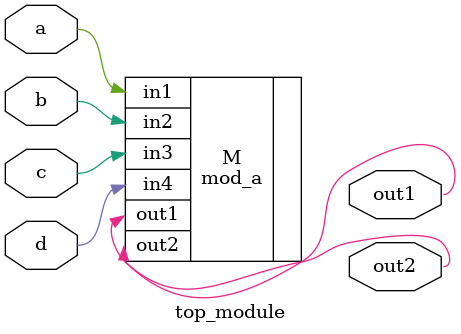
<source format=v>
module top_module ( 
    input a, 
    input b, 
    input c,
    input d,
    output out1,
    output out2
);
    mod_a M(.out1(out1), .out2(out2), .in1(a), .in2(b), .in3(c), .in4(d));
endmodule

</source>
